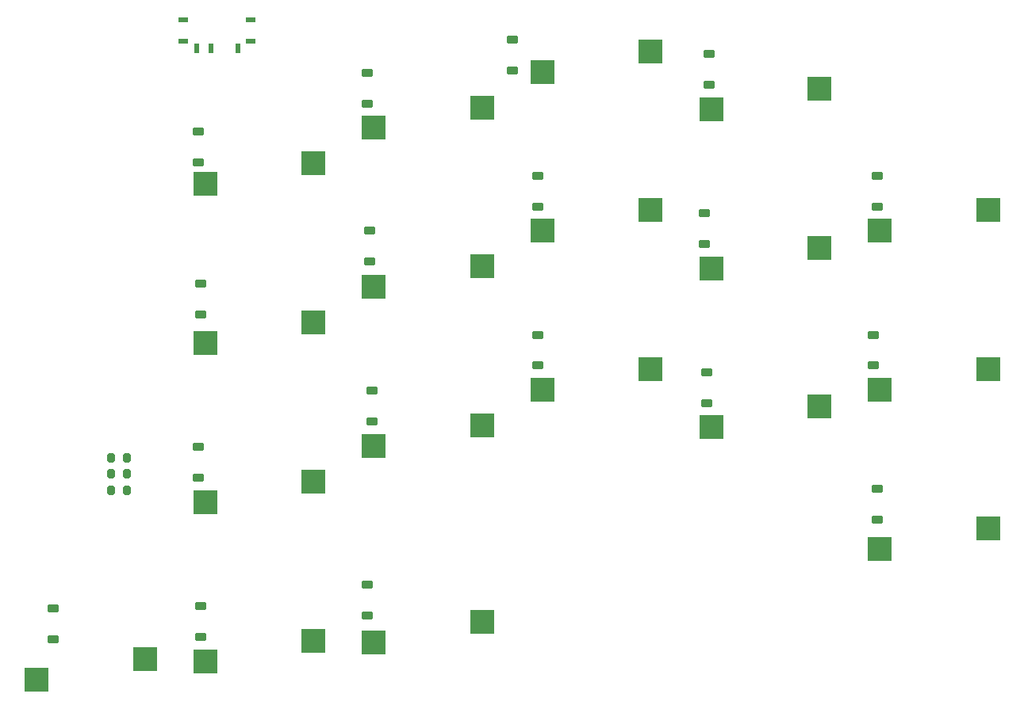
<source format=gbr>
%TF.GenerationSoftware,KiCad,Pcbnew,(7.0.0)*%
%TF.CreationDate,2023-09-04T00:10:10+01:00*%
%TF.ProjectId,Razer36_V2,52617a65-7233-4365-9f56-322e6b696361,rev?*%
%TF.SameCoordinates,Original*%
%TF.FileFunction,Paste,Top*%
%TF.FilePolarity,Positive*%
%FSLAX46Y46*%
G04 Gerber Fmt 4.6, Leading zero omitted, Abs format (unit mm)*
G04 Created by KiCad (PCBNEW (7.0.0)) date 2023-09-04 00:10:10*
%MOMM*%
%LPD*%
G01*
G04 APERTURE LIST*
G04 Aperture macros list*
%AMRoundRect*
0 Rectangle with rounded corners*
0 $1 Rounding radius*
0 $2 $3 $4 $5 $6 $7 $8 $9 X,Y pos of 4 corners*
0 Add a 4 corners polygon primitive as box body*
4,1,4,$2,$3,$4,$5,$6,$7,$8,$9,$2,$3,0*
0 Add four circle primitives for the rounded corners*
1,1,$1+$1,$2,$3*
1,1,$1+$1,$4,$5*
1,1,$1+$1,$6,$7*
1,1,$1+$1,$8,$9*
0 Add four rect primitives between the rounded corners*
20,1,$1+$1,$2,$3,$4,$5,0*
20,1,$1+$1,$4,$5,$6,$7,0*
20,1,$1+$1,$6,$7,$8,$9,0*
20,1,$1+$1,$8,$9,$2,$3,0*%
G04 Aperture macros list end*
%ADD10R,2.600000X2.600000*%
%ADD11RoundRect,0.225000X-0.375000X0.225000X-0.375000X-0.225000X0.375000X-0.225000X0.375000X0.225000X0*%
%ADD12R,1.000000X0.600000*%
%ADD13R,1.100000X0.600000*%
%ADD14R,0.600000X1.000000*%
%ADD15RoundRect,0.200000X-0.200000X-0.275000X0.200000X-0.275000X0.200000X0.275000X-0.200000X0.275000X0*%
G04 APERTURE END LIST*
D10*
%TO.C,Sw4*%
X139274999Y-82049999D03*
X127724999Y-84249999D03*
%TD*%
%TO.C,Sw17*%
X157274999Y-120049999D03*
X145724999Y-122249999D03*
%TD*%
D11*
%TO.C,D4*%
X124500000Y-80850000D03*
X124500000Y-84150000D03*
%TD*%
%TO.C,D6*%
X163500000Y-95350000D03*
X163500000Y-98650000D03*
%TD*%
%TO.C,D8*%
X91250000Y-106850000D03*
X91250000Y-110150000D03*
%TD*%
%TO.C,D9*%
X109250000Y-101250000D03*
X109250000Y-104550000D03*
%TD*%
D10*
%TO.C,Sw15*%
X121274999Y-122049999D03*
X109724999Y-124249999D03*
%TD*%
D11*
%TO.C,D14*%
X91000000Y-124350000D03*
X91000000Y-127650000D03*
%TD*%
%TO.C,D3*%
X109000000Y-84350000D03*
X109000000Y-87650000D03*
%TD*%
%TO.C,D7*%
X91250000Y-141350000D03*
X91250000Y-144650000D03*
%TD*%
%TO.C,D10*%
X127250000Y-95350000D03*
X127250000Y-98650000D03*
%TD*%
D12*
%TO.C,PWR1*%
X96599999Y-78706999D03*
D13*
X89399999Y-78706999D03*
X96599999Y-80992999D03*
D12*
X89399999Y-80992999D03*
D14*
X95199999Y-81699999D03*
X92299999Y-81699999D03*
X90799999Y-81699999D03*
%TD*%
D11*
%TO.C,D17*%
X145250000Y-116350000D03*
X145250000Y-119650000D03*
%TD*%
%TO.C,D5*%
X145500000Y-82350000D03*
X145500000Y-85650000D03*
%TD*%
D10*
%TO.C,Sw16*%
X139274999Y-116049999D03*
X127724999Y-118249999D03*
%TD*%
D11*
%TO.C,D11*%
X145000000Y-99350000D03*
X145000000Y-102650000D03*
%TD*%
D10*
%TO.C,Sw9*%
X121274999Y-105049999D03*
X109724999Y-107249999D03*
%TD*%
%TO.C,Sw1*%
X85274999Y-147049999D03*
X73724999Y-149249999D03*
%TD*%
%TO.C,Sw10*%
X139274999Y-99049999D03*
X127724999Y-101249999D03*
%TD*%
D15*
%TO.C,R1*%
X81675000Y-125500000D03*
X83325000Y-125500000D03*
%TD*%
D11*
%TO.C,D13*%
X109000000Y-139100000D03*
X109000000Y-142400000D03*
%TD*%
%TO.C,D1*%
X75500000Y-141600000D03*
X75500000Y-144900000D03*
%TD*%
D10*
%TO.C,Sw5*%
X157274999Y-86049999D03*
X145724999Y-88249999D03*
%TD*%
D11*
%TO.C,D15*%
X109500000Y-118350000D03*
X109500000Y-121650000D03*
%TD*%
%TO.C,D16*%
X127250000Y-112350000D03*
X127250000Y-115650000D03*
%TD*%
D10*
%TO.C,Sw6*%
X175274999Y-99049999D03*
X163724999Y-101249999D03*
%TD*%
%TO.C,Sw3*%
X121274999Y-88049999D03*
X109724999Y-90249999D03*
%TD*%
%TO.C,Sw11*%
X157274999Y-103049999D03*
X145724999Y-105249999D03*
%TD*%
%TO.C,Sw2*%
X103274999Y-94049999D03*
X91724999Y-96249999D03*
%TD*%
%TO.C,Sw13*%
X121274999Y-143049999D03*
X109724999Y-145249999D03*
%TD*%
%TO.C,Sw7*%
X103274999Y-145049999D03*
X91724999Y-147249999D03*
%TD*%
%TO.C,Sw14*%
X103274999Y-128049999D03*
X91724999Y-130249999D03*
%TD*%
D15*
%TO.C,R3*%
X81675000Y-129000000D03*
X83325000Y-129000000D03*
%TD*%
D11*
%TO.C,D12*%
X163000000Y-112350000D03*
X163000000Y-115650000D03*
%TD*%
D10*
%TO.C,Sw12*%
X175274999Y-116049999D03*
X163724999Y-118249999D03*
%TD*%
D15*
%TO.C,R2*%
X81675000Y-127250000D03*
X83325000Y-127250000D03*
%TD*%
D10*
%TO.C,Sw8*%
X103274999Y-111049999D03*
X91724999Y-113249999D03*
%TD*%
D11*
%TO.C,D2*%
X91000000Y-90600000D03*
X91000000Y-93900000D03*
%TD*%
%TO.C,D18*%
X163500000Y-128850000D03*
X163500000Y-132150000D03*
%TD*%
D10*
%TO.C,Sw18*%
X175274999Y-133049999D03*
X163724999Y-135249999D03*
%TD*%
M02*

</source>
